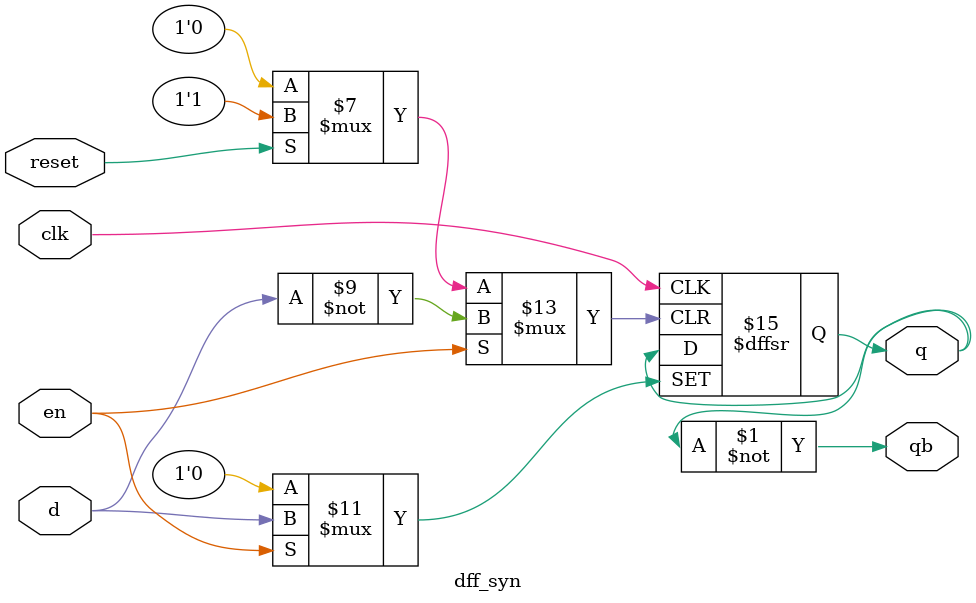
<source format=v>
`timescale 1ns / 1ps


module dff_syn(clk,reset,d,en,q,qb);     // defining the ports
  input      clk;                         //defining the ports to be input or output
  input      reset;
  input      d;
  input      en;
  output     q;
  output     qb;

  reg        q;    // in behavioral designing output declared to be reg type 

  assign qb = ~q;

  always @(posedge clk,posedge reset,posedge en)
  begin
    if (reset) 
    begin
       q <= 1'b0;
    end 
    else if(en)
    begin
      q <= d;
    end
  end
endmodule

</source>
